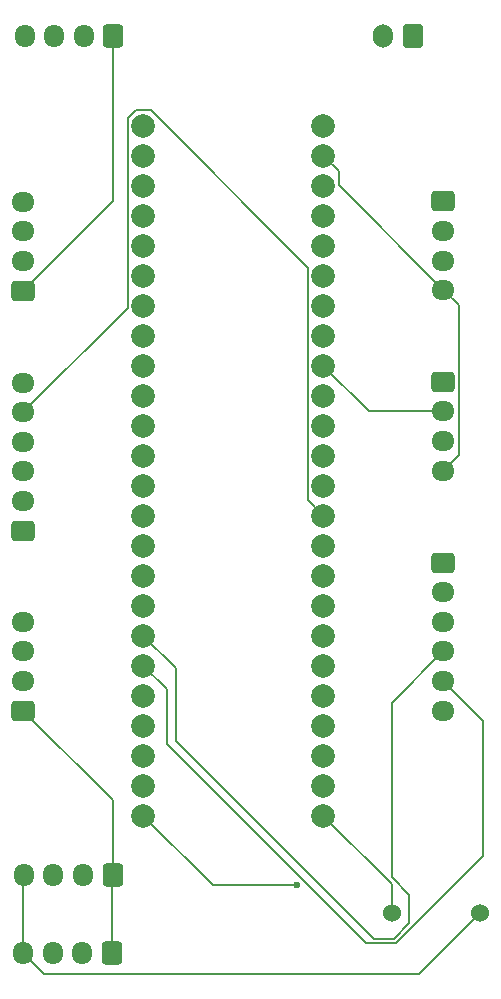
<source format=gbr>
%TF.GenerationSoftware,KiCad,Pcbnew,8.0.3*%
%TF.CreationDate,2024-09-30T00:23:01-04:00*%
%TF.ProjectId,mcu-board,6d63752d-626f-4617-9264-2e6b69636164,rev?*%
%TF.SameCoordinates,Original*%
%TF.FileFunction,Copper,L2,Bot*%
%TF.FilePolarity,Positive*%
%FSLAX46Y46*%
G04 Gerber Fmt 4.6, Leading zero omitted, Abs format (unit mm)*
G04 Created by KiCad (PCBNEW 8.0.3) date 2024-09-30 00:23:01*
%MOMM*%
%LPD*%
G01*
G04 APERTURE LIST*
G04 Aperture macros list*
%AMRoundRect*
0 Rectangle with rounded corners*
0 $1 Rounding radius*
0 $2 $3 $4 $5 $6 $7 $8 $9 X,Y pos of 4 corners*
0 Add a 4 corners polygon primitive as box body*
4,1,4,$2,$3,$4,$5,$6,$7,$8,$9,$2,$3,0*
0 Add four circle primitives for the rounded corners*
1,1,$1+$1,$2,$3*
1,1,$1+$1,$4,$5*
1,1,$1+$1,$6,$7*
1,1,$1+$1,$8,$9*
0 Add four rect primitives between the rounded corners*
20,1,$1+$1,$2,$3,$4,$5,0*
20,1,$1+$1,$4,$5,$6,$7,0*
20,1,$1+$1,$6,$7,$8,$9,0*
20,1,$1+$1,$8,$9,$2,$3,0*%
G04 Aperture macros list end*
%TA.AperFunction,ComponentPad*%
%ADD10C,1.524000*%
%TD*%
%TA.AperFunction,ComponentPad*%
%ADD11RoundRect,0.250000X-0.725000X0.600000X-0.725000X-0.600000X0.725000X-0.600000X0.725000X0.600000X0*%
%TD*%
%TA.AperFunction,ComponentPad*%
%ADD12O,1.950000X1.700000*%
%TD*%
%TA.AperFunction,ComponentPad*%
%ADD13RoundRect,0.250000X0.600000X0.725000X-0.600000X0.725000X-0.600000X-0.725000X0.600000X-0.725000X0*%
%TD*%
%TA.AperFunction,ComponentPad*%
%ADD14O,1.700000X1.950000*%
%TD*%
%TA.AperFunction,ComponentPad*%
%ADD15RoundRect,0.250000X0.600000X0.750000X-0.600000X0.750000X-0.600000X-0.750000X0.600000X-0.750000X0*%
%TD*%
%TA.AperFunction,ComponentPad*%
%ADD16O,1.700000X2.000000*%
%TD*%
%TA.AperFunction,ComponentPad*%
%ADD17RoundRect,0.250000X0.725000X-0.600000X0.725000X0.600000X-0.725000X0.600000X-0.725000X-0.600000X0*%
%TD*%
%TA.AperFunction,ComponentPad*%
%ADD18C,2.000000*%
%TD*%
%TA.AperFunction,ViaPad*%
%ADD19C,0.600000*%
%TD*%
%TA.AperFunction,Conductor*%
%ADD20C,0.200000*%
%TD*%
G04 APERTURE END LIST*
D10*
%TO.P,BZ1,1,+*%
%TO.N,Net-(BZ1-+)*%
X178500000Y-108600000D03*
%TO.P,BZ1,2,-*%
%TO.N,GND*%
X186000000Y-108600000D03*
%TD*%
D11*
%TO.P,J8,1,Pin_1*%
%TO.N,GND*%
X182880000Y-78940000D03*
D12*
%TO.P,J8,2,Pin_2*%
%TO.N,+3.3V*%
X182880000Y-81440000D03*
%TO.P,J8,3,Pin_3*%
%TO.N,/MISO1*%
X182880000Y-83940000D03*
%TO.P,J8,4,Pin_4*%
%TO.N,/MOSI1*%
X182880000Y-86440000D03*
%TO.P,J8,5,Pin_5*%
%TO.N,/SCK1*%
X182880000Y-88940000D03*
%TO.P,J8,6,Pin_6*%
%TO.N,/CS1*%
X182880000Y-91440000D03*
%TD*%
D11*
%TO.P,J5,1,Pin_1*%
%TO.N,+3.3V*%
X182880000Y-48340000D03*
D12*
%TO.P,J5,2,Pin_2*%
%TO.N,/RX5*%
X182880000Y-50840000D03*
%TO.P,J5,3,Pin_3*%
%TO.N,/TX5*%
X182880000Y-53340000D03*
%TO.P,J5,4,Pin_4*%
%TO.N,GND*%
X182880000Y-55840000D03*
%TD*%
D13*
%TO.P,J3,1,Pin_1*%
%TO.N,+3.3V*%
X154940000Y-34290000D03*
D14*
%TO.P,J3,2,Pin_2*%
%TO.N,/RX1*%
X152440000Y-34290000D03*
%TO.P,J3,3,Pin_3*%
%TO.N,/TX1*%
X149940000Y-34290000D03*
%TO.P,J3,4,Pin_4*%
%TO.N,GND*%
X147440000Y-34290000D03*
%TD*%
D15*
%TO.P,J9,1,Pin_1*%
%TO.N,Net-(J9-Pin_1)*%
X180300000Y-34290000D03*
D16*
%TO.P,J9,2,Pin_2*%
%TO.N,GND*%
X177800000Y-34290000D03*
%TD*%
D11*
%TO.P,J1,1,Pin_1*%
%TO.N,+3.3V*%
X182880000Y-63620000D03*
D12*
%TO.P,J1,2,Pin_2*%
%TO.N,/SDA0*%
X182880000Y-66120000D03*
%TO.P,J1,3,Pin_3*%
%TO.N,/SCL0*%
X182880000Y-68620000D03*
%TO.P,J1,4,Pin_4*%
%TO.N,GND*%
X182880000Y-71120000D03*
%TD*%
D17*
%TO.P,J2,1,Pin_1*%
%TO.N,+3.3V*%
X147320000Y-91440000D03*
D12*
%TO.P,J2,2,Pin_2*%
%TO.N,/SDA2*%
X147320000Y-88940000D03*
%TO.P,J2,3,Pin_3*%
%TO.N,/SCL2*%
X147320000Y-86440000D03*
%TO.P,J2,4,Pin_4*%
%TO.N,GND*%
X147320000Y-83940000D03*
%TD*%
D13*
%TO.P,J7,1,Pin_1*%
%TO.N,+3.3V*%
X154800000Y-112000000D03*
D14*
%TO.P,J7,2,Pin_2*%
%TO.N,/RX8*%
X152300000Y-112000000D03*
%TO.P,J7,3,Pin_3*%
%TO.N,/TX8*%
X149800000Y-112000000D03*
%TO.P,J7,4,Pin_4*%
%TO.N,GND*%
X147300000Y-112000000D03*
%TD*%
D13*
%TO.P,J6,1,Pin_1*%
%TO.N,+3.3V*%
X154860000Y-105400000D03*
D14*
%TO.P,J6,2,Pin_2*%
%TO.N,/RX7*%
X152360000Y-105400000D03*
%TO.P,J6,3,Pin_3*%
%TO.N,/TX7*%
X149860000Y-105400000D03*
%TO.P,J6,4,Pin_4*%
%TO.N,GND*%
X147360000Y-105400000D03*
%TD*%
D17*
%TO.P,J10,1,Pin_1*%
%TO.N,GND*%
X147320000Y-76200000D03*
D12*
%TO.P,J10,2,Pin_2*%
%TO.N,+3.3V*%
X147320000Y-73700000D03*
%TO.P,J10,3,Pin_3*%
%TO.N,/MISO0*%
X147320000Y-71200000D03*
%TO.P,J10,4,Pin_4*%
%TO.N,/MOSI0*%
X147320000Y-68700000D03*
%TO.P,J10,5,Pin_5*%
%TO.N,/SCK0*%
X147320000Y-66200000D03*
%TO.P,J10,6,Pin_6*%
%TO.N,/CS0*%
X147320000Y-63700000D03*
%TD*%
D18*
%TO.P,Teensy4.2,0,GND*%
%TO.N,GND*%
X157480000Y-41910000D03*
%TO.P,Teensy4.2,1,RX1*%
%TO.N,/RX1*%
X157480000Y-44450000D03*
%TO.P,Teensy4.2,2,TX1*%
%TO.N,/TX1*%
X157480000Y-46990000D03*
%TO.P,Teensy4.2,3,PWM*%
%TO.N,unconnected-(Teensy4.2-PWM-Pad3)*%
X157480000Y-49530000D03*
%TO.P,Teensy4.2,4,PWM*%
%TO.N,unconnected-(Teensy4.2-PWM-Pad4)*%
X157480000Y-52070000D03*
%TO.P,Teensy4.2,5,PWM*%
%TO.N,unconnected-(Teensy4.2-PWM-Pad5)*%
X157480000Y-54610000D03*
%TO.P,Teensy4.2,6,PWM*%
%TO.N,unconnected-(Teensy4.2-PWM-Pad6)*%
X157480000Y-57150000D03*
%TO.P,Teensy4.2,7,PWM*%
%TO.N,unconnected-(Teensy4.2-PWM-Pad7)*%
X157480000Y-59690000D03*
%TO.P,Teensy4.2,8,RX2*%
%TO.N,/RX2*%
X157480000Y-62230000D03*
%TO.P,Teensy4.2,9,TX2*%
%TO.N,/TX2*%
X157480000Y-64770000D03*
%TO.P,Teensy4.2,10,PWM*%
%TO.N,unconnected-(Teensy4.2-PWM-Pad10)*%
X157480000Y-67310000D03*
%TO.P,Teensy4.2,11,CS*%
%TO.N,/CS0*%
X157480000Y-69850000D03*
%TO.P,Teensy4.2,12,MOSI*%
%TO.N,/MOSI0*%
X157480000Y-72390000D03*
%TO.P,Teensy4.2,13,MISO*%
%TO.N,/MISO0*%
X157480000Y-74930000D03*
%TO.P,Teensy4.2,14,3.3V*%
%TO.N,+3.3V*%
X157480000Y-77470000D03*
%TO.P,Teensy4.2,15,SCL2*%
%TO.N,/SCL2*%
X157480000Y-80010000D03*
%TO.P,Teensy4.2,16,SDA2*%
%TO.N,/SDA2*%
X157480000Y-82550000D03*
%TO.P,Teensy4.2,17,MOSI1*%
%TO.N,/MOSI1*%
X157480000Y-85090000D03*
%TO.P,Teensy4.2,18,SCK1*%
%TO.N,/SCK1*%
X157480000Y-87630000D03*
%TO.P,Teensy4.2,19,RX7*%
%TO.N,/RX7*%
X157480000Y-90170000D03*
%TO.P,Teensy4.2,20,TX7*%
%TO.N,/TX7*%
X157480000Y-92710000D03*
%TO.P,Teensy4.2,21,GPIO*%
%TO.N,unconnected-(Teensy4.2-GPIO-Pad21)*%
X157480000Y-95250000D03*
%TO.P,Teensy4.2,22,GPIO*%
%TO.N,unconnected-(Teensy4.2-GPIO-Pad22)*%
X157480000Y-97790000D03*
%TO.P,Teensy4.2,23,GPIO*%
%TO.N,Net-(R6-Pad2)*%
X157480000Y-100330000D03*
%TO.P,Teensy4.2,24,PWM*%
%TO.N,Net-(BZ1-+)*%
X172720000Y-100330000D03*
%TO.P,Teensy4.2,25,RX8*%
%TO.N,/RX8*%
X172720000Y-97790000D03*
%TO.P,Teensy4.2,26,TX8*%
%TO.N,/TX8*%
X172720000Y-95250000D03*
%TO.P,Teensy4.2,27,PWM*%
%TO.N,unconnected-(Teensy4.2-PWM-Pad27)*%
X172720000Y-92710000D03*
%TO.P,Teensy4.2,28,PWM*%
%TO.N,unconnected-(Teensy4.2-PWM-Pad28)*%
X172720000Y-90170000D03*
%TO.P,Teensy4.2,29,CS1*%
%TO.N,/CS1*%
X172720000Y-87630000D03*
%TO.P,Teensy4.2,30,MISO*%
%TO.N,/MISO1*%
X172720000Y-85090000D03*
%TO.P,Teensy4.2,31,A16*%
%TO.N,unconnected-(Teensy4.2-A16-Pad31)*%
X172720000Y-82550000D03*
%TO.P,Teensy4.2,32,A17*%
%TO.N,unconnected-(Teensy4.2-A17-Pad32)*%
X172720000Y-80010000D03*
%TO.P,Teensy4.2,33,GND*%
%TO.N,GND*%
X172720000Y-77470000D03*
%TO.P,Teensy4.2,34,SCK*%
%TO.N,/SCK0*%
X172720000Y-74930000D03*
%TO.P,Teensy4.2,35,A0*%
%TO.N,unconnected-(Teensy4.2-A0-Pad35)*%
X172720000Y-72390000D03*
%TO.P,Teensy4.2,36,A1*%
%TO.N,unconnected-(Teensy4.2-A1-Pad36)*%
X172720000Y-69850000D03*
%TO.P,Teensy4.2,37,A2*%
%TO.N,unconnected-(Teensy4.2-A2-Pad37)*%
X172720000Y-67310000D03*
%TO.P,Teensy4.2,38,A3*%
%TO.N,unconnected-(Teensy4.2-A3-Pad38)*%
X172720000Y-64770000D03*
%TO.P,Teensy4.2,39,SDA*%
%TO.N,/SDA0*%
X172720000Y-62230000D03*
%TO.P,Teensy4.2,40,SCL*%
%TO.N,/SCL0*%
X172720000Y-59690000D03*
%TO.P,Teensy4.2,41,TX5*%
%TO.N,/RX5*%
X172720000Y-57150000D03*
%TO.P,Teensy4.2,42,RX5*%
%TO.N,/TX5*%
X172720000Y-54610000D03*
%TO.P,Teensy4.2,43,PWM*%
%TO.N,unconnected-(Teensy4.2-PWM-Pad43)*%
X172720000Y-52070000D03*
%TO.P,Teensy4.2,44,PWM*%
%TO.N,unconnected-(Teensy4.2-PWM-Pad44)*%
X172720000Y-49530000D03*
%TO.P,Teensy4.2,45,3.3V*%
%TO.N,unconnected-(Teensy4.2-3.3V-Pad45)*%
X172720000Y-46990000D03*
%TO.P,Teensy4.2,46,GND*%
%TO.N,GND*%
X172720000Y-44450000D03*
%TO.P,Teensy4.2,47,Vin*%
%TO.N,Net-(J9-Pin_1)*%
X172720000Y-41910000D03*
%TD*%
D17*
%TO.P,J4,1,Pin_1*%
%TO.N,+3.3V*%
X147320000Y-55880000D03*
D12*
%TO.P,J4,2,Pin_2*%
%TO.N,/RX2*%
X147320000Y-53380000D03*
%TO.P,J4,3,Pin_3*%
%TO.N,/TX2*%
X147320000Y-50880000D03*
%TO.P,J4,4,Pin_4*%
%TO.N,GND*%
X147320000Y-48380000D03*
%TD*%
D19*
%TO.N,Net-(R6-Pad2)*%
X170500000Y-106250000D03*
%TD*%
D20*
%TO.N,Net-(R6-Pad2)*%
X170500000Y-106250000D02*
X163400000Y-106250000D01*
X163400000Y-106250000D02*
X157480000Y-100330000D01*
%TO.N,GND*%
X184155000Y-69845000D02*
X184155000Y-57115000D01*
X186000000Y-108600000D02*
X180850000Y-113750000D01*
X149050000Y-113750000D02*
X147300000Y-112000000D01*
X174020000Y-45750000D02*
X174020000Y-46980000D01*
X147300000Y-105460000D02*
X147360000Y-105400000D01*
X147300000Y-112000000D02*
X147300000Y-105460000D01*
X184155000Y-57115000D02*
X182880000Y-55840000D01*
X182880000Y-71120000D02*
X184155000Y-69845000D01*
X180850000Y-113750000D02*
X149050000Y-113750000D01*
X172720000Y-44450000D02*
X174020000Y-45750000D01*
X174020000Y-46980000D02*
X182880000Y-55840000D01*
%TO.N,/SDA0*%
X182880000Y-66120000D02*
X176610000Y-66120000D01*
X176610000Y-66120000D02*
X172720000Y-62230000D01*
%TO.N,+3.3V*%
X154860000Y-98980000D02*
X147320000Y-91440000D01*
X154800000Y-105460000D02*
X154860000Y-105400000D01*
X154860000Y-98980000D02*
X154860000Y-105400000D01*
X154940000Y-48260000D02*
X154940000Y-34290000D01*
X147320000Y-55880000D02*
X154940000Y-48260000D01*
X154800000Y-112000000D02*
X154800000Y-105460000D01*
%TO.N,/MOSI1*%
X178500000Y-90820000D02*
X178500000Y-105544314D01*
X160250000Y-87860000D02*
X157480000Y-85090000D01*
X182880000Y-86440000D02*
X178500000Y-90820000D01*
X178684314Y-110750000D02*
X177000000Y-110750000D01*
X177000000Y-110750000D02*
X160250000Y-94000000D01*
X178500000Y-105544314D02*
X180000000Y-107044314D01*
X160250000Y-94000000D02*
X160250000Y-87860000D01*
X180000000Y-107044314D02*
X180000000Y-109434314D01*
X180000000Y-109434314D02*
X178684314Y-110750000D01*
%TO.N,/SCK1*%
X159500000Y-94315686D02*
X159500000Y-89650000D01*
X186250000Y-103750000D02*
X178850000Y-111150000D01*
X178850000Y-111150000D02*
X176334314Y-111150000D01*
X176334314Y-111150000D02*
X159500000Y-94315686D01*
X186250000Y-92310000D02*
X186250000Y-103750000D01*
X159500000Y-89650000D02*
X157480000Y-87630000D01*
X182880000Y-88940000D02*
X186250000Y-92310000D01*
%TO.N,/SCK0*%
X171420000Y-53945000D02*
X171420000Y-73630000D01*
X171420000Y-73630000D02*
X172720000Y-74930000D01*
X156180000Y-41305000D02*
X156875000Y-40610000D01*
X156875000Y-40610000D02*
X158085000Y-40610000D01*
X156180000Y-57340000D02*
X156180000Y-41305000D01*
X147320000Y-66200000D02*
X156180000Y-57340000D01*
X158085000Y-40610000D02*
X171420000Y-53945000D01*
%TO.N,Net-(BZ1-+)*%
X178500000Y-108600000D02*
X178500000Y-106110000D01*
X178500000Y-106110000D02*
X172720000Y-100330000D01*
%TD*%
M02*

</source>
